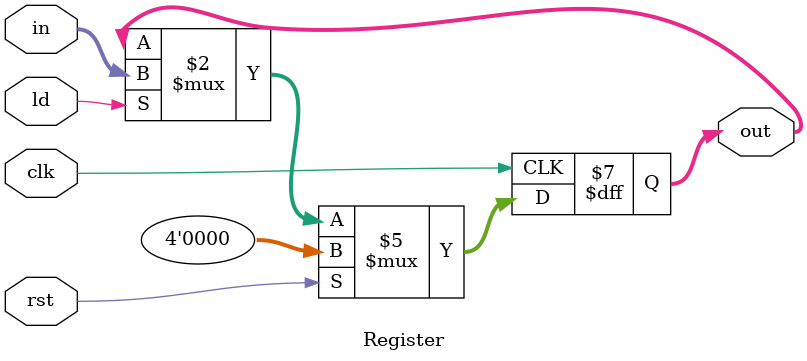
<source format=v>
`timescale 1ns/1ns
module Register(input clk, rst, ld,input [3:0] in, output reg [3:0] out);
  always@(posedge clk)begin
    if(rst) out <= 4'd0;
    else if(ld)
      out <= in;
  end
endmodule

</source>
